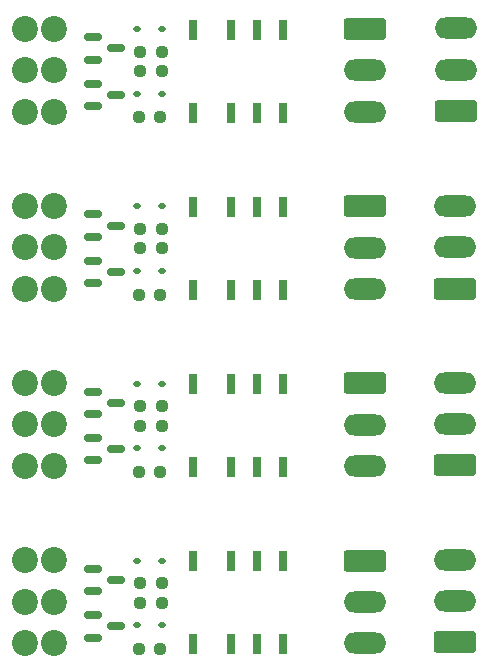
<source format=gbr>
%TF.GenerationSoftware,KiCad,Pcbnew,8.0.5*%
%TF.CreationDate,2025-06-13T11:28:52+02:00*%
%TF.ProjectId,insulFrogExtensionSMD,696e7375-6c46-4726-9f67-457874656e73,rev?*%
%TF.SameCoordinates,Original*%
%TF.FileFunction,Soldermask,Top*%
%TF.FilePolarity,Negative*%
%FSLAX46Y46*%
G04 Gerber Fmt 4.6, Leading zero omitted, Abs format (unit mm)*
G04 Created by KiCad (PCBNEW 8.0.5) date 2025-06-13 11:28:52*
%MOMM*%
%LPD*%
G01*
G04 APERTURE LIST*
G04 Aperture macros list*
%AMRoundRect*
0 Rectangle with rounded corners*
0 $1 Rounding radius*
0 $2 $3 $4 $5 $6 $7 $8 $9 X,Y pos of 4 corners*
0 Add a 4 corners polygon primitive as box body*
4,1,4,$2,$3,$4,$5,$6,$7,$8,$9,$2,$3,0*
0 Add four circle primitives for the rounded corners*
1,1,$1+$1,$2,$3*
1,1,$1+$1,$4,$5*
1,1,$1+$1,$6,$7*
1,1,$1+$1,$8,$9*
0 Add four rect primitives between the rounded corners*
20,1,$1+$1,$2,$3,$4,$5,0*
20,1,$1+$1,$4,$5,$6,$7,0*
20,1,$1+$1,$6,$7,$8,$9,0*
20,1,$1+$1,$8,$9,$2,$3,0*%
G04 Aperture macros list end*
%ADD10O,3.600000X1.800000*%
%ADD11RoundRect,0.250000X1.550000X-0.650000X1.550000X0.650000X-1.550000X0.650000X-1.550000X-0.650000X0*%
%ADD12RoundRect,0.237500X-0.250000X-0.237500X0.250000X-0.237500X0.250000X0.237500X-0.250000X0.237500X0*%
%ADD13RoundRect,0.250000X-1.550000X0.650000X-1.550000X-0.650000X1.550000X-0.650000X1.550000X0.650000X0*%
%ADD14RoundRect,0.112500X0.187500X0.112500X-0.187500X0.112500X-0.187500X-0.112500X0.187500X-0.112500X0*%
%ADD15R,0.800000X1.800000*%
%ADD16RoundRect,0.150000X-0.587500X-0.150000X0.587500X-0.150000X0.587500X0.150000X-0.587500X0.150000X0*%
%ADD17C,2.200000*%
G04 APERTURE END LIST*
D10*
%TO.C,J11*%
X120943000Y-119945000D03*
X120943000Y-123445000D03*
D11*
X120943000Y-126945000D03*
%TD*%
%TO.C,J8*%
X120943000Y-111945000D03*
D10*
X120943000Y-108445000D03*
X120943000Y-104945000D03*
%TD*%
D11*
%TO.C,J3*%
X121000000Y-81945000D03*
D10*
X121000000Y-78445000D03*
X121000000Y-74945000D03*
%TD*%
D12*
%TO.C,R12*%
X94175000Y-127500000D03*
X96000000Y-127500000D03*
%TD*%
%TO.C,R11*%
X94175000Y-112500000D03*
X96000000Y-112500000D03*
%TD*%
%TO.C,R10*%
X94175000Y-97500000D03*
X96000000Y-97500000D03*
%TD*%
%TO.C,R9*%
X94175000Y-82500000D03*
X96000000Y-82500000D03*
%TD*%
D13*
%TO.C,J12*%
X113357500Y-120017500D03*
D10*
X113357500Y-123517500D03*
X113357500Y-127017500D03*
%TD*%
D13*
%TO.C,J9*%
X113357500Y-105017500D03*
D10*
X113357500Y-108517500D03*
X113357500Y-112017500D03*
%TD*%
D13*
%TO.C,J6*%
X113357500Y-90017500D03*
D10*
X113357500Y-93517500D03*
X113357500Y-97017500D03*
%TD*%
D13*
%TO.C,J5*%
X113357500Y-75017500D03*
D10*
X113357500Y-78517500D03*
X113357500Y-82017500D03*
%TD*%
D14*
%TO.C,D3*%
X96124000Y-90039000D03*
X94024000Y-90039000D03*
%TD*%
D15*
%TO.C,K4*%
X98737500Y-127087000D03*
X101937500Y-127087000D03*
X104137500Y-127087000D03*
X106337500Y-127087000D03*
X106337500Y-120087000D03*
X104137500Y-120087000D03*
X101937500Y-120087000D03*
X98737500Y-120087000D03*
%TD*%
D12*
%TO.C,R7*%
X94288500Y-121944000D03*
X96113500Y-121944000D03*
%TD*%
D16*
%TO.C,Q1*%
X90326500Y-75710000D03*
X90326500Y-77610000D03*
X92201500Y-76660000D03*
%TD*%
%TO.C,Q5*%
X90326500Y-105710000D03*
X90326500Y-107610000D03*
X92201500Y-106660000D03*
%TD*%
D12*
%TO.C,R2*%
X94288500Y-78595000D03*
X96113500Y-78595000D03*
%TD*%
D16*
%TO.C,Q7*%
X90326500Y-120710000D03*
X90326500Y-122610000D03*
X92201500Y-121660000D03*
%TD*%
%TO.C,Q3*%
X90326500Y-90710000D03*
X90326500Y-92610000D03*
X92201500Y-91660000D03*
%TD*%
D12*
%TO.C,R6*%
X94288500Y-108595000D03*
X96113500Y-108595000D03*
%TD*%
%TO.C,R1*%
X94288500Y-76944000D03*
X96113500Y-76944000D03*
%TD*%
D14*
%TO.C,D1*%
X96124000Y-75039000D03*
X94024000Y-75039000D03*
%TD*%
D12*
%TO.C,R5*%
X94288500Y-106944000D03*
X96113500Y-106944000D03*
%TD*%
D14*
%TO.C,D4*%
X96124000Y-95500000D03*
X94024000Y-95500000D03*
%TD*%
D17*
%TO.C,J10*%
X87000000Y-127000000D03*
X84500000Y-127000000D03*
X87000000Y-123500000D03*
X84500000Y-123500000D03*
X87000000Y-120000000D03*
X84500000Y-120000000D03*
%TD*%
D16*
%TO.C,Q6*%
X90326500Y-109647000D03*
X90326500Y-111547000D03*
X92201500Y-110597000D03*
%TD*%
D15*
%TO.C,K3*%
X98737500Y-112087000D03*
X101937500Y-112087000D03*
X104137500Y-112087000D03*
X106337500Y-112087000D03*
X106337500Y-105087000D03*
X104137500Y-105087000D03*
X101937500Y-105087000D03*
X98737500Y-105087000D03*
%TD*%
D14*
%TO.C,D2*%
X96124000Y-80500000D03*
X94024000Y-80500000D03*
%TD*%
D11*
%TO.C,J4*%
X120943000Y-97000000D03*
D10*
X120943000Y-93500000D03*
X120943000Y-90000000D03*
%TD*%
D14*
%TO.C,D7*%
X96124000Y-120039000D03*
X94024000Y-120039000D03*
%TD*%
D17*
%TO.C,J7*%
X87000000Y-112000000D03*
X84500000Y-112000000D03*
X87000000Y-108500000D03*
X84500000Y-108500000D03*
X87000000Y-105000000D03*
X84500000Y-105000000D03*
%TD*%
D14*
%TO.C,D6*%
X96124000Y-110500000D03*
X94024000Y-110500000D03*
%TD*%
D16*
%TO.C,Q8*%
X90326500Y-124647000D03*
X90326500Y-126547000D03*
X92201500Y-125597000D03*
%TD*%
D12*
%TO.C,R3*%
X94288500Y-91944000D03*
X96113500Y-91944000D03*
%TD*%
%TO.C,R8*%
X94288500Y-123595000D03*
X96113500Y-123595000D03*
%TD*%
D16*
%TO.C,Q2*%
X90326500Y-79647000D03*
X90326500Y-81547000D03*
X92201500Y-80597000D03*
%TD*%
D15*
%TO.C,K2*%
X98737500Y-97087000D03*
X101937500Y-97087000D03*
X104137500Y-97087000D03*
X106337500Y-97087000D03*
X106337500Y-90087000D03*
X104137500Y-90087000D03*
X101937500Y-90087000D03*
X98737500Y-90087000D03*
%TD*%
%TO.C,K1*%
X98737500Y-82087000D03*
X101937500Y-82087000D03*
X104137500Y-82087000D03*
X106337500Y-82087000D03*
X106337500Y-75087000D03*
X104137500Y-75087000D03*
X101937500Y-75087000D03*
X98737500Y-75087000D03*
%TD*%
D14*
%TO.C,D8*%
X96124000Y-125500000D03*
X94024000Y-125500000D03*
%TD*%
D16*
%TO.C,Q4*%
X90326500Y-94647000D03*
X90326500Y-96547000D03*
X92201500Y-95597000D03*
%TD*%
D17*
%TO.C,J1*%
X87000000Y-97000000D03*
X84500000Y-97000000D03*
X87000000Y-93500000D03*
X84500000Y-93500000D03*
X87000000Y-90000000D03*
X84500000Y-90000000D03*
%TD*%
%TO.C,J2*%
X84500000Y-75000000D03*
X87000000Y-75000000D03*
X84500000Y-78500000D03*
X87000000Y-78500000D03*
X84500000Y-82000000D03*
X87000000Y-82000000D03*
%TD*%
D14*
%TO.C,D5*%
X96124000Y-105039000D03*
X94024000Y-105039000D03*
%TD*%
D12*
%TO.C,R4*%
X94288500Y-93595000D03*
X96113500Y-93595000D03*
%TD*%
M02*

</source>
